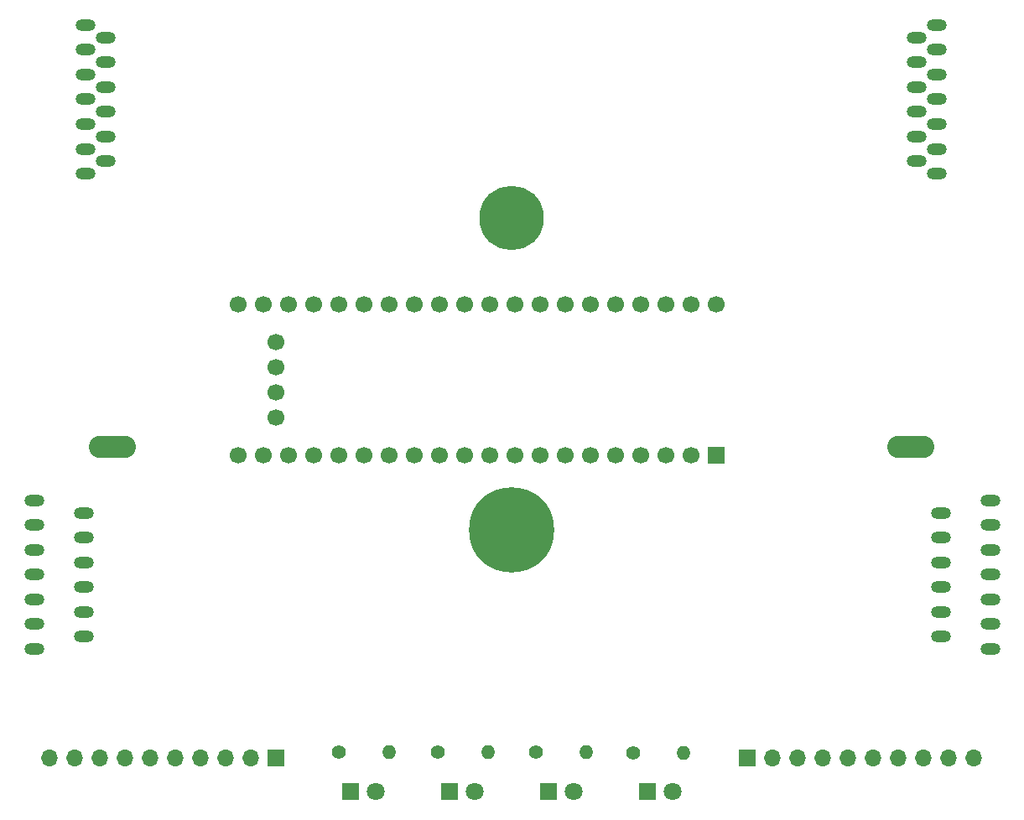
<source format=gts>
G04 #@! TF.GenerationSoftware,KiCad,Pcbnew,(6.0.1-0)*
G04 #@! TF.CreationDate,2022-08-05T18:56:23-07:00*
G04 #@! TF.ProjectId,kicad_port,6b696361-645f-4706-9f72-742e6b696361,rev?*
G04 #@! TF.SameCoordinates,Original*
G04 #@! TF.FileFunction,Soldermask,Top*
G04 #@! TF.FilePolarity,Negative*
%FSLAX46Y46*%
G04 Gerber Fmt 4.6, Leading zero omitted, Abs format (unit mm)*
G04 Created by KiCad (PCBNEW (6.0.1-0)) date 2022-08-05 18:56:23*
%MOMM*%
%LPD*%
G01*
G04 APERTURE LIST*
%ADD10R,1.800000X1.800000*%
%ADD11C,1.800000*%
%ADD12C,1.400000*%
%ADD13O,1.400000X1.400000*%
%ADD14C,8.600000*%
%ADD15O,2.000000X1.200000*%
%ADD16R,1.700000X1.700000*%
%ADD17O,1.700000X1.700000*%
%ADD18C,6.500000*%
%ADD19O,4.750000X2.250000*%
%ADD20C,1.700000*%
G04 APERTURE END LIST*
D10*
X133700000Y-132400000D03*
D11*
X136240000Y-132400000D03*
D10*
X143700000Y-132400000D03*
D11*
X146240000Y-132400000D03*
D10*
X153700000Y-132400000D03*
D11*
X156240000Y-132400000D03*
D10*
X163700000Y-132400000D03*
D11*
X166240000Y-132400000D03*
D12*
X132500000Y-128400000D03*
D13*
X137580000Y-128400000D03*
D12*
X142500000Y-128400000D03*
D13*
X147580000Y-128400000D03*
D12*
X152400000Y-128400000D03*
D13*
X157480000Y-128400000D03*
D12*
X162300000Y-128500000D03*
D13*
X167380000Y-128500000D03*
D14*
X150000000Y-106000000D03*
D15*
X192900000Y-55000000D03*
X190900000Y-56250000D03*
X192900000Y-57500000D03*
X190900000Y-58750000D03*
X192900000Y-60000000D03*
X190900000Y-61250000D03*
X192900000Y-62500000D03*
X190900000Y-63750000D03*
X192900000Y-65000000D03*
X190900000Y-66250000D03*
X192900000Y-67500000D03*
X190900000Y-68750000D03*
X192900000Y-70000000D03*
X107000000Y-70000000D03*
X109000000Y-68750000D03*
X107000000Y-67500000D03*
X109000000Y-66250000D03*
X107000000Y-65000000D03*
X109000000Y-63750000D03*
X107000000Y-62500000D03*
X109000000Y-61250000D03*
X107000000Y-60000000D03*
X109000000Y-58750000D03*
X107000000Y-57500000D03*
X109000000Y-56250000D03*
X107000000Y-55000000D03*
X198300000Y-103000000D03*
X193300000Y-104250000D03*
X198300000Y-105500000D03*
X193300000Y-106750000D03*
X198300000Y-108000000D03*
X193300000Y-109250000D03*
X198300000Y-110500000D03*
X193300000Y-111750000D03*
X198300000Y-113000000D03*
X193300000Y-114250000D03*
X198300000Y-115500000D03*
X193300000Y-116750000D03*
X198300000Y-118000000D03*
X101800000Y-118000000D03*
X106800000Y-116750000D03*
X101800000Y-115500000D03*
X106800000Y-114250000D03*
X101800000Y-113000000D03*
X106800000Y-111750000D03*
X101800000Y-110500000D03*
X106800000Y-109250000D03*
X101800000Y-108000000D03*
X106800000Y-106750000D03*
X101800000Y-105500000D03*
X106800000Y-104250000D03*
X101800000Y-103000000D03*
D16*
X173800000Y-129000000D03*
D17*
X176340000Y-129000000D03*
X178880000Y-129000000D03*
X181420000Y-129000000D03*
X183960000Y-129000000D03*
X186500000Y-129000000D03*
X189040000Y-129000000D03*
X191580000Y-129000000D03*
X194120000Y-129000000D03*
X196660000Y-129000000D03*
D16*
X126200000Y-129000000D03*
D17*
X123660000Y-129000000D03*
X121120000Y-129000000D03*
X118580000Y-129000000D03*
X116040000Y-129000000D03*
X113500000Y-129000000D03*
X110960000Y-129000000D03*
X108420000Y-129000000D03*
X105880000Y-129000000D03*
X103340000Y-129000000D03*
D18*
X150000000Y-74500000D03*
D19*
X109700000Y-97600000D03*
X190300000Y-97600000D03*
D16*
X170630000Y-98425000D03*
D20*
X168090000Y-98425000D03*
X165550000Y-98425000D03*
X163010000Y-98425000D03*
X160470000Y-98425000D03*
X157930000Y-98425000D03*
X155390000Y-98425000D03*
X152850000Y-98425000D03*
X150310000Y-98425000D03*
X147770000Y-98425000D03*
X145230000Y-98425000D03*
X142690000Y-98425000D03*
X140150000Y-98425000D03*
X137610000Y-98425000D03*
X135070000Y-98425000D03*
X132530000Y-98425000D03*
X129990000Y-98425000D03*
X127450000Y-98425000D03*
X124910000Y-98425000D03*
X122370000Y-98425000D03*
X122370000Y-83185000D03*
X124910000Y-83185000D03*
X127450000Y-83185000D03*
X129990000Y-83185000D03*
X132530000Y-83185000D03*
X135070000Y-83185000D03*
X137610000Y-83185000D03*
X140150000Y-83185000D03*
X142690000Y-83185000D03*
X145230000Y-83185000D03*
X147770000Y-83185000D03*
X150310000Y-83185000D03*
X152850000Y-83185000D03*
X155390000Y-83185000D03*
X157930000Y-83185000D03*
X160470000Y-83185000D03*
X163010000Y-83185000D03*
X165550000Y-83185000D03*
X168090000Y-83185000D03*
X170630000Y-83185000D03*
X126181000Y-86993000D03*
X126181000Y-89533000D03*
X126181000Y-92073000D03*
X126181000Y-94613000D03*
M02*

</source>
